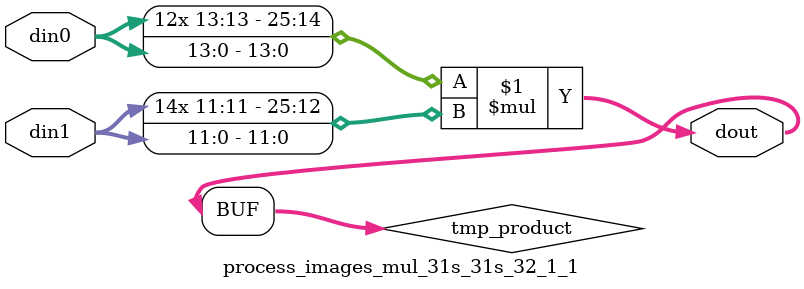
<source format=v>

`timescale 1 ns / 1 ps

 module process_images_mul_31s_31s_32_1_1(din0, din1, dout);
parameter ID = 1;
parameter NUM_STAGE = 0;
parameter din0_WIDTH = 14;
parameter din1_WIDTH = 12;
parameter dout_WIDTH = 26;

input [din0_WIDTH - 1 : 0] din0; 
input [din1_WIDTH - 1 : 0] din1; 
output [dout_WIDTH - 1 : 0] dout;

wire signed [dout_WIDTH - 1 : 0] tmp_product;



























assign tmp_product = $signed(din0) * $signed(din1);








assign dout = tmp_product;





















endmodule

</source>
